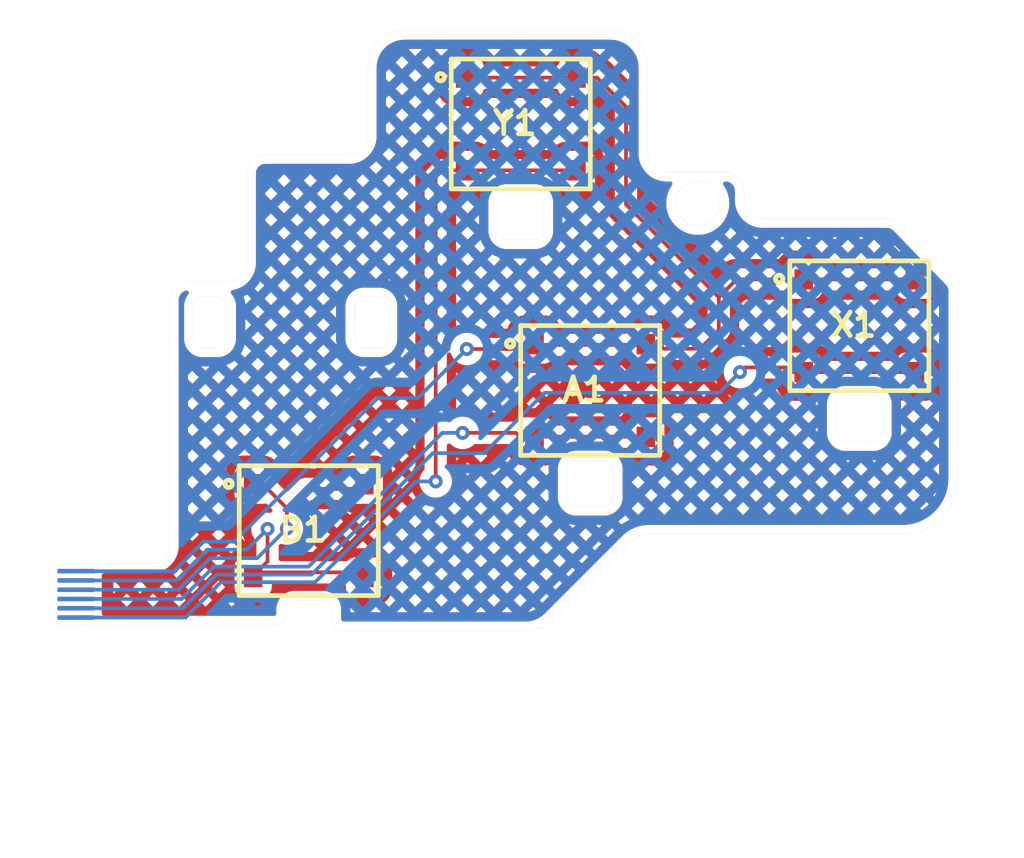
<source format=kicad_pcb>
(kicad_pcb (version 20240108) (generator "pcbnew") (generator_version "8.0")
  (layers (0 "F.Cu" signal) (31 "B.Cu" signal) (35 "F.Paste" user) (36 "B.SilkS" user "B.Silkscreen") (37 "F.SilkS" user "F.Silkscreen") (38 "B.Mask" user) (39 "F.Mask" user) (44 "Edge.Cuts" user))
  (net 0 "")
  (net 1 "X1")
  (net 2 "X2")
  (net 3 "X6")
  (net 4 "X5")
  (net 5 "X3")
  (net 6 "X4")
  (footprint "hhl:SKRR" (layer "F.Cu") (at 89.598656 75.88414)
    (property "Reference" "B1" (at -0.315 -0.046 0) (layer "F.SilkS") (effects (font (size 1.27 1.27) (thickness 0.254))))
    (property "Value" "SW_Push" (hide yes))
    (fp_line (start -3.75 -3.5) (end -3.75 3.5) (stroke (width 0.254)) (layer "F.SilkS"))
    (fp_line (start -3.75 3.5) (end 3.75 3.5) (stroke (width 0.254)) (layer "F.SilkS"))
    (fp_line (start 3.75 -3.5) (end -3.75 -3.5) (stroke (width 0.254)) (layer "F.SilkS"))
    (fp_line (start 3.75 3.5) (end 3.75 -3.5) (stroke (width 0.254)) (layer "F.SilkS"))
    (fp_circle (center -4.321 -2.524) (end -4.321 -2.45095) (stroke (width 0.254)) (fill none) (layer "F.SilkS"))
    (pad "1" smd rect (at -3 -2.5) (size 1 1.1) (layers "F.Cu" "F.Paste" "F.Mask") (net 3 "X6"))
    (pad "2" smd rect (at -3 2.5) (size 1 1.1) (layers "F.Cu" "F.Paste" "F.Mask") (net 4 "X5"))
    (pad "3" smd rect (at 3 -2.5) (size 1 1.1) (layers "F.Cu" "F.Paste" "F.Mask"))
    (pad "4" smd rect (at 3 2.5) (size 1 1.1) (layers "F.Cu" "F.Paste" "F.Mask"))
  )
  (footprint "hhl:SKRR" (layer "F.Cu") (at 101.032875 53.954226)
    (property "Reference" "Y1" (at -0.315 -0.046 0) (layer "F.SilkS") (effects (font (size 1.27 1.27) (thickness 0.254))))
    (property "Value" "SW_Push" (hide yes))
    (fp_line (start -3.75 -3.5) (end -3.75 3.5) (stroke (width 0.254)) (layer "F.SilkS"))
    (fp_line (start -3.75 3.5) (end 3.75 3.5) (stroke (width 0.254)) (layer "F.SilkS"))
    (fp_line (start 3.75 -3.5) (end -3.75 -3.5) (stroke (width 0.254)) (layer "F.SilkS"))
    (fp_line (start 3.75 3.5) (end 3.75 -3.5) (stroke (width 0.254)) (layer "F.SilkS"))
    (fp_circle (center -4.321 -2.524) (end -4.321 -2.45095) (stroke (width 0.254)) (fill none) (layer "F.SilkS"))
    (pad "1" smd rect (at -3 -2.5) (size 1 1.1) (layers "F.Cu" "F.Paste" "F.Mask") (net 1 "X1"))
    (pad "2" smd rect (at -3 2.5) (size 1 1.1) (layers "F.Cu" "F.Paste" "F.Mask") (net 6 "X4"))
    (pad "3" smd rect (at 3 -2.5) (size 1 1.1) (layers "F.Cu" "F.Paste" "F.Mask"))
    (pad "4" smd rect (at 3 2.5) (size 1 1.1) (layers "F.Cu" "F.Paste" "F.Mask"))
  )
  (footprint "hhl:SKRR" (layer "F.Cu") (at 104.775 68.326)
    (property "Reference" "A1" (at -0.315 -0.046 0) (layer "F.SilkS") (effects (font (size 1.27 1.27) (thickness 0.254))))
    (property "Value" "SW_Push" (hide yes))
    (fp_line (start -3.75 -3.5) (end -3.75 3.5) (stroke (width 0.254)) (layer "F.SilkS"))
    (fp_line (start -3.75 3.5) (end 3.75 3.5) (stroke (width 0.254)) (layer "F.SilkS"))
    (fp_line (start 3.75 -3.5) (end -3.75 -3.5) (stroke (width 0.254)) (layer "F.SilkS"))
    (fp_line (start 3.75 3.5) (end 3.75 -3.5) (stroke (width 0.254)) (layer "F.SilkS"))
    (fp_circle (center -4.321 -2.524) (end -4.321 -2.45095) (stroke (width 0.254)) (fill none) (layer "F.SilkS"))
    (pad "1" smd rect (at -3 -2.5) (size 1 1.1) (layers "F.Cu" "F.Paste" "F.Mask") (net 1 "X1"))
    (pad "2" smd rect (at -3 2.5) (size 1 1.1) (layers "F.Cu" "F.Paste" "F.Mask") (net 2 "X2"))
    (pad "3" smd rect (at 3 -2.5) (size 1 1.1) (layers "F.Cu" "F.Paste" "F.Mask"))
    (pad "4" smd rect (at 3 2.5) (size 1 1.1) (layers "F.Cu" "F.Paste" "F.Mask"))
  )
  (footprint "hhl:SKRR" (layer "F.Cu") (at 119.28796 64.835602)
    (property "Reference" "X1" (at -0.315 -0.046 0) (layer "F.SilkS") (effects (font (size 1.27 1.27) (thickness 0.254))))
    (property "Value" "SW_Push" (hide yes))
    (fp_line (start -3.75 -3.5) (end -3.75 3.5) (stroke (width 0.254)) (layer "F.SilkS"))
    (fp_line (start -3.75 3.5) (end 3.75 3.5) (stroke (width 0.254)) (layer "F.SilkS"))
    (fp_line (start 3.75 -3.5) (end -3.75 -3.5) (stroke (width 0.254)) (layer "F.SilkS"))
    (fp_line (start 3.75 3.5) (end 3.75 -3.5) (stroke (width 0.254)) (layer "F.SilkS"))
    (fp_circle (center -4.321 -2.524) (end -4.321 -2.45095) (stroke (width 0.254)) (fill none) (layer "F.SilkS"))
    (pad "1" smd rect (at -3 -2.5) (size 1 1.1) (layers "F.Cu" "F.Paste" "F.Mask") (net 1 "X1"))
    (pad "2" smd rect (at -3 2.5) (size 1 1.1) (layers "F.Cu" "F.Paste" "F.Mask") (net 5 "X3"))
    (pad "3" smd rect (at 3 -2.5) (size 1 1.1) (layers "F.Cu" "F.Paste" "F.Mask"))
    (pad "4" smd rect (at 3 2.5) (size 1 1.1) (layers "F.Cu" "F.Paste" "F.Mask"))
  )
  (footprint "ADU:molex_5034800640_ribbon" (layer "B.Cu") (at 77.5382 79.3202 90)
    (property "Reference" "PINS1" (hide yes))
    (property "Value" "503480-0640" (hide yes))
    (pad "1" connect roundrect (at 1.25 -0.5 90) (size 0.25 2) (layers "B.Cu" "B.Mask") (net 1 "X1"))
    (pad "2" connect roundrect (at 0.75 -0.5 90) (size 0.25 2) (layers "B.Cu" "B.Mask") (net 4 "X5"))
    (pad "3" connect roundrect (at 0.25 -0.5 90) (size 0.25 2) (layers "B.Cu" "B.Mask") (net 3 "X6"))
    (pad "4" connect roundrect (at -0.25 -0.5 90) (size 0.25 2) (layers "B.Cu" "B.Mask") (net 2 "X2"))
    (pad "5" connect roundrect (at -0.75 -0.5 90) (size 0.25 2) (layers "B.Cu" "B.Mask") (net 5 "X3"))
    (pad "6" connect roundrect (at -1.25 -0.5 90) (size 0.25 2) (layers "B.Cu" "B.Mask") (net 6 "X4"))
  )
  (gr_arc (start 75.98874 77.925921) (mid 76.063459 77.747596) (end 76.24298 77.675799) (stroke (width 0.01)) (layer "Edge.Cuts"))
  (gr_arc (start 88.348653 80.134121) (mid 88.495103 79.780587) (end 88.848653 79.634139) (stroke (width 0.01)) (layer "Edge.Cuts"))
  (gr_line (start 86.25107 61.430221) (end 86.25107 56.607021) (stroke (width 0.01)) (layer "Edge.Cuts"))
  (gr_line (start 102.282872 59.704221) (end 102.282872 58.199639) (stroke (width 0.01)) (layer "Edge.Cuts"))
  (gr_arc (start 93.374497 63.280039) (mid 93.72931 63.427757) (end 93.874465 63.783626) (stroke (width 0.01)) (layer "Edge.Cuts"))
  (gr_arc (start 92.074465 63.780021) (mid 92.220916 63.426492) (end 92.574465 63.280039) (stroke (width 0.01)) (layer "Edge.Cuts"))
  (gr_line (start 75.98874 80.722659) (end 75.98874 77.925921) (stroke (width 0.01)) (layer "Edge.Cuts"))
  (gr_arc (start 83.874497 66.030039) (mid 83.520931 65.883587) (end 83.374479 65.530021) (stroke (width 0.01)) (layer "Edge.Cuts"))
  (gr_line (start 83.874465 63.280039) (end 84.674497 63.280039) (stroke (width 0.01)) (layer "Edge.Cuts"))
  (gr_arc (start 103.524997 72.576021) (mid 103.671444 72.222468) (end 104.024997 72.076021) (stroke (width 0.01)) (layer "Edge.Cuts"))
  (gr_line (start 83.374465 65.530021) (end 83.374465 63.780021) (stroke (width 0.01)) (layer "Edge.Cuts"))
  (gr_arc (start 83.374465 63.780021) (mid 83.520916 63.426492) (end 83.874465 63.280039) (stroke (width 0.01)) (layer "Edge.Cuts"))
  (gr_arc (start 105.884997 48.91393) (mid 107.299204 49.499714) (end 107.884991 50.913921) (stroke (width 0.01)) (layer "Edge.Cuts"))
  (gr_arc (start 120.037997 68.585601) (mid 120.391522 68.732052) (end 120.537957 69.085601) (stroke (width 0.01)) (layer "Edge.Cuts"))
  (gr_arc (start 118.037957 69.085621) (mid 118.182838 68.733624) (end 118.533525 68.585601) (stroke (width 0.01)) (layer "Edge.Cuts"))
  (gr_arc (start 114.076097 59.058947) (mid 113.370296 58.767368) (end 113.076078 58.062662) (stroke (width 0.01)) (layer "Edge.Cuts"))
  (gr_arc (start 112.076097 56.555631) (mid 112.784609 56.849937) (end 113.076078 57.55962) (stroke (width 0.01)) (layer "Edge.Cuts"))
  (gr_line (start 93.367397 66.030039) (end 92.574497 66.030039) (stroke (width 0.01)) (layer "Edge.Cuts"))
  (gr_arc (start 106.865924 76.520848) (mid 107.352565 76.195685) (end 107.926597 76.081503) (stroke (width 0.01)) (layer "Edge.Cuts"))
  (gr_arc (start 86.25107 61.430221) (mid 85.958175 62.137318) (end 85.25107 62.43021) (stroke (width 0.01)) (layer "Edge.Cuts"))
  (gr_line (start 83.374479 65.530021) (end 83.374465 65.530021) (stroke (width 0.01)) (layer "Edge.Cuts"))
  (gr_arc (start 101.782897 57.704225) (mid 102.134824 57.849054) (end 102.282872 58.199639) (stroke (width 0.01)) (layer "Edge.Cuts"))
  (gr_line (start 92.074465 65.530021) (end 92.074465 63.780021) (stroke (width 0.01)) (layer "Edge.Cuts"))
  (gr_arc (start 99.782872 58.204221) (mid 99.927427 57.852559) (end 100.277512 57.704225) (stroke (width 0.01)) (layer "Edge.Cuts"))
  (gr_arc (start 92.759692 54.607021) (mid 92.468298 55.312623) (end 91.763939 55.607006) (stroke (width 0.01)) (layer "Edge.Cuts"))
  (gr_line (start 76.24298 77.675799) (end 77.56874 77.675799) (stroke (width 0.01)) (layer "Edge.Cuts"))
  (gr_arc (start 102.282872 59.704221) (mid 102.13932 60.054828) (end 101.791163 60.204225) (stroke (width 0.01)) (layer "Edge.Cuts"))
  (gr_line (start 118.538097 71.085601) (end 120.037957 71.085601) (stroke (width 0.01)) (layer "Edge.Cuts"))
  (gr_line (start 104.024997 74.575999) (end 105.529687 74.575999) (stroke (width 0.01)) (layer "Edge.Cuts"))
  (gr_arc (start 82.08701 76.675841) (mid 81.794114 77.382931) (end 81.08701 77.675799) (stroke (width 0.01)) (layer "Edge.Cuts"))
  (gr_line (start 101.263116 81.285758) (end 91.348697 81.285758) (stroke (width 0.01)) (layer "Edge.Cuts"))
  (gr_line (start 77.56874 77.675799) (end 81.08701 77.675799) (stroke (width 0.01)) (layer "Edge.Cuts"))
  (gr_line (start 94.76718 48.91393) (end 105.884997 48.91393) (stroke (width 0.01)) (layer "Edge.Cuts"))
  (gr_line (start 121.490696 59.366811) (end 124.309198 62.272708) (stroke (width 0.01)) (layer "Edge.Cuts"))
  (gr_arc (start 92.759692 50.913921) (mid 93.348128 49.497061) (end 94.76718 48.91393) (stroke (width 0.01)) (layer "Edge.Cuts"))
  (gr_arc (start 118.538097 71.085601) (mid 118.186695 70.941366) (end 118.037957 70.591845) (stroke (width 0.01)) (layer "Edge.Cuts"))
  (gr_line (start 82.08701 76.675841) (end 82.08701 63.430221) (stroke (width 0.01)) (layer "Edge.Cuts"))
  (gr_arc (start 108.884997 56.555631) (mid 108.177883 56.262735) (end 107.884991 55.555621) (stroke (width 0.01)) (layer "Edge.Cuts"))
  (gr_line (start 101.782897 57.704225) (end 100.277512 57.704225) (stroke (width 0.01)) (layer "Edge.Cuts"))
  (gr_line (start 83.08701 62.43021) (end 85.25107 62.43021) (stroke (width 0.01)) (layer "Edge.Cuts"))
  (gr_line (start 105.524997 72.075999) (end 104.024997 72.075999) (stroke (width 0.01)) (layer "Edge.Cuts"))
  (gr_line (start 103.524997 72.576021) (end 103.524997 74.075999) (stroke (width 0.01)) (layer "Edge.Cuts"))
  (gr_line (start 90.84866 80.785721) (end 90.848653 80.785721) (stroke (width 0.01)) (layer "Edge.Cuts"))
  (gr_line (start 106.024997 74.076021) (end 106.024997 72.571439) (stroke (width 0.01)) (layer "Edge.Cuts"))
  (gr_line (start 124.591331 62.977865) (end 124.591331 73.081561) (stroke (width 0.01)) (layer "Edge.Cuts"))
  (gr_arc (start 105.524997 72.075999) (mid 105.876942 72.220836) (end 106.024997 72.571439) (stroke (width 0.01)) (layer "Edge.Cuts"))
  (gr_arc (start 124.309198 62.272708) (mid 124.519789 62.597468) (end 124.591331 62.977865) (stroke (width 0.01)) (layer "Edge.Cuts"))
  (gr_line (start 107.926597 76.081503) (end 107.926597 76.081496) (stroke (width 0.01)) (layer "Edge.Cuts"))
  (gr_arc (start 91.348697 81.285758) (mid 90.995117 81.139301) (end 90.84866 80.785721) (stroke (width 0.01)) (layer "Edge.Cuts"))
  (gr_line (start 88.348653 80.134121) (end 88.348653 80.475821) (stroke (width 0.01)) (layer "Edge.Cuts"))
  (gr_arc (start 90.348697 79.634139) (mid 90.700431 79.778782) (end 90.848653 80.129023) (stroke (width 0.01)) (layer "Edge.Cuts"))
  (gr_arc (start 85.174465 65.530021) (mid 85.025486 65.886059) (end 84.667397 66.030039) (stroke (width 0.01)) (layer "Edge.Cuts"))
  (gr_line (start 100.282897 60.204225) (end 101.791163 60.204225) (stroke (width 0.01)) (layer "Edge.Cuts"))
  (gr_line (start 90.848653 80.785721) (end 90.848653 80.129023) (stroke (width 0.01)) (layer "Edge.Cuts"))
  (gr_arc (start 76.238697 80.975799) (mid 76.060821 80.901461) (end 75.98874 80.722659) (stroke (width 0.01)) (layer "Edge.Cuts"))
  (gr_arc (start 120.768897 59.058947) (mid 121.161259 59.139121) (end 121.490696 59.366811) (stroke (width 0.01)) (layer "Edge.Cuts"))
  (gr_line (start 121.591397 76.081496) (end 107.926597 76.081496) (stroke (width 0.01)) (layer "Edge.Cuts"))
  (gr_arc (start 93.874465 65.530021) (mid 93.725486 65.886059) (end 93.367397 66.030039) (stroke (width 0.01)) (layer "Edge.Cuts"))
  (gr_line (start 106.865924 76.520848) (end 102.686824 80.699948) (stroke (width 0.01)) (layer "Edge.Cuts"))
  (gr_line (start 120.037997 68.585601) (end 118.533525 68.585601) (stroke (width 0.01)) (layer "Edge.Cuts"))
  (gr_arc (start 102.686824 80.699948) (mid 102.033584 81.135297) (end 101.263116 81.285758) (stroke (width 0.01)) (layer "Edge.Cuts"))
  (gr_arc (start 100.282897 60.204225) (mid 99.929341 60.057777) (end 99.782893 59.704221) (stroke (width 0.01)) (layer "Edge.Cuts"))
  (gr_line (start 118.037957 69.085621) (end 118.037957 70.591845) (stroke (width 0.01)) (layer "Edge.Cuts"))
  (gr_arc (start 106.024997 74.076021) (mid 105.880205 74.427912) (end 105.529687 74.575999) (stroke (width 0.01)) (layer "Edge.Cuts"))
  (gr_line (start 99.782893 59.704221) (end 99.782872 59.704221) (stroke (width 0.01)) (layer "Edge.Cuts"))
  (gr_circle (center 110.574997 58.235999) (end 111.774997 58.235999) (stroke (width 0.01)) (fill none) (layer "Edge.Cuts"))
  (gr_arc (start 86.25107 56.607021) (mid 86.545705 55.898165) (end 87.255996 55.607006) (stroke (width 0.01)) (layer "Edge.Cuts"))
  (gr_line (start 99.782872 58.204221) (end 99.782872 59.704221) (stroke (width 0.01)) (layer "Edge.Cuts"))
  (gr_line (start 85.174465 63.783626) (end 85.174465 65.530021) (stroke (width 0.01)) (layer "Edge.Cuts"))
  (gr_line (start 87.848653 80.975799) (end 77.56874 80.975799) (stroke (width 0.01)) (layer "Edge.Cuts"))
  (gr_line (start 107.884991 50.913921) (end 107.884991 55.555621) (stroke (width 0.01)) (layer "Edge.Cuts"))
  (gr_arc (start 88.348653 80.475821) (mid 88.202204 80.829359) (end 87.848653 80.975799) (stroke (width 0.01)) (layer "Edge.Cuts"))
  (gr_line (start 90.348697 79.634139) (end 88.848653 79.634139) (stroke (width 0.01)) (layer "Edge.Cuts"))
  (gr_arc (start 104.024997 74.575999) (mid 103.671451 74.429551) (end 103.524997 74.075999) (stroke (width 0.01)) (layer "Edge.Cuts"))
  (gr_line (start 93.874465 63.783626) (end 93.874465 65.530021) (stroke (width 0.01)) (layer "Edge.Cuts"))
  (gr_line (start 92.574465 63.280039) (end 93.374497 63.280039) (stroke (width 0.01)) (layer "Edge.Cuts"))
  (gr_line (start 104.024997 72.076021) (end 104.024997 72.075999) (stroke (width 0.01)) (layer "Edge.Cuts"))
  (gr_arc (start 92.574497 66.030039) (mid 92.220931 65.883587) (end 92.074479 65.530021) (stroke (width 0.01)) (layer "Edge.Cuts"))
  (gr_line (start 114.076097 59.058947) (end 120.768897 59.058947) (stroke (width 0.01)) (layer "Edge.Cuts"))
  (gr_arc (start 84.674497 63.280039) (mid 85.02931 63.427757) (end 85.174465 63.783626) (stroke (width 0.01)) (layer "Edge.Cuts"))
  (gr_line (start 108.884997 56.555631) (end 112.076097 56.555631) (stroke (width 0.01)) (layer "Edge.Cuts"))
  (gr_arc (start 82.08701 63.430221) (mid 82.379904 62.723119) (end 83.08701 62.43021) (stroke (width 0.01)) (layer "Edge.Cuts"))
  (gr_arc (start 120.537957 70.585621) (mid 120.391508 70.93916) (end 120.037957 71.085601) (stroke (width 0.01)) (layer "Edge.Cuts"))
  (gr_line (start 92.759692 54.607021) (end 92.759692 50.913921) (stroke (width 0.01)) (layer "Edge.Cuts"))
  (gr_arc (start 124.591331 73.081561) (mid 123.712671 75.202835) (end 121.591397 76.081496) (stroke (width 0.01)) (layer "Edge.Cuts"))
  (gr_line (start 84.667397 66.030039) (end 83.874497 66.030039) (stroke (width 0.01)) (layer "Edge.Cuts"))
  (gr_line (start 120.537957 70.585621) (end 120.537957 69.085601) (stroke (width 0.01)) (layer "Edge.Cuts"))
  (gr_line (start 92.074479 65.530021) (end 92.074465 65.530021) (stroke (width 0.01)) (layer "Edge.Cuts"))
  (gr_line (start 87.255996 55.607006) (end 91.763939 55.607006) (stroke (width 0.01)) (layer "Edge.Cuts"))
  (gr_line (start 113.076078 57.55962) (end 113.076078 58.062662) (stroke (width 0.01)) (layer "Edge.Cuts"))
  (gr_line (start 77.56874 80.975799) (end 76.238697 80.975799) (stroke (width 0.01)) (layer "Edge.Cuts"))
  (segment (start 100.7852 66.0908) (end 101.006 65.87) (width 0.2) (layer "F.Cu") (net 1))
  (segment (start 106.7054 58.293) (end 111.7092 63.2968) (width 0.2) (layer "F.Cu") (net 1))
  (segment (start 101.006 65.87) (end 108.544 65.87) (width 0.2) (layer "F.Cu") (net 1))
  (segment (start 108.544 65.87) (end 108.75 66.076) (width 0.2) (layer "F.Cu") (net 1))
  (segment (start 105.134226 51.454226) (end 106.7054 53.0254) (width 0.2) (layer "F.Cu") (net 1))
  (segment (start 106.7054 53.0254) (end 106.7054 58.293) (width 0.2) (layer "F.Cu") (net 1))
  (segment (start 111.7092 65.0748) (end 111.7092 63.2968) (width 0.2) (layer "F.Cu") (net 1))
  (segment (start 108.75 66.076) (end 110.708 66.076) (width 0.2) (layer "F.Cu") (net 1))
  (segment (start 98.1202 66.0908) (end 100.7852 66.0908) (width 0.2) (layer "F.Cu") (net 1))
  (segment (start 111.7092 63.2968) (end 112.670398 62.335602) (width 0.2) (layer "F.Cu") (net 1))
  (segment (start 112.670398 62.335602) (end 122.285602 62.335602) (width 0.2) (layer "F.Cu") (net 1))
  (segment (start 98.032875 51.454226) (end 105.134226 51.454226) (width 0.2) (layer "F.Cu") (net 1))
  (segment (start 110.708 66.076) (end 111.7092 65.0748) (width 0.2) (layer "F.Cu") (net 1))
  (segment (start 122.285602 62.335602) (end 122.29 62.34) (width 0.2) (layer "F.Cu") (net 1))
  (via (at 98.1202 66.0908) (size 0.75) (drill 0.35) (layers "F.Cu" "B.Cu") (net 1))
  (segment (start 83.9216 76.4794) (end 85.5726 76.4794) (width 0.2) (layer "B.Cu") (net 1))
  (segment (start 95.4786 68.7324) (end 98.1202 66.0908) (width 0.2) (layer "B.Cu") (net 1))
  (segment (start 93.3196 68.7324) (end 95.4786 68.7324) (width 0.2) (layer "B.Cu") (net 1))
  (segment (start 77.0382 78.0702) (end 82.3308 78.0702) (width 0.2) (layer "B.Cu") (net 1))
  (segment (start 85.5726 76.4794) (end 93.3196 68.7324) (width 0.2) (layer "B.Cu") (net 1))
  (segment (start 82.3308 78.0702) (end 83.9216 76.4794) (width 0.2) (layer "B.Cu") (net 1))
  (segment (start 100.764 70.612) (end 97.8916 70.612) (width 0.2) (layer "F.Cu") (net 2))
  (segment (start 100.972 70.82) (end 100.764 70.612) (width 0.2) (layer "F.Cu") (net 2))
  (segment (start 107.74 70.57) (end 107.49 70.82) (width 0.2) (layer "F.Cu") (net 2))
  (segment (start 107.49 70.82) (end 100.972 70.82) (width 0.2) (layer "F.Cu") (net 2))
  (via (at 97.8916 70.612) (size 0.75) (drill 0.35) (layers "F.Cu" "B.Cu") (net 2))
  (segment (start 77.0382 79.5702) (end 82.7358 79.5702) (width 0.2) (layer "B.Cu") (net 2))
  (segment (start 82.7358 79.5702) (end 83.2104 79.0956) (width 0.2) (layer "B.Cu") (net 2))
  (segment (start 90.7034 76.708) (end 96.7994 70.612) (width 0.2) (layer "B.Cu") (net 2))
  (segment (start 96.7994 70.612) (end 97.8916 70.612) (width 0.2) (layer "B.Cu") (net 2))
  (segment (start 83.2104 79.0956) (end 84.4804 77.8256) (width 0.2) (layer "B.Cu") (net 2))
  (segment (start 84.4804 77.8256) (end 85.0392 77.8256) (width 0.2) (layer "B.Cu") (net 2))
  (segment (start 89.5858 77.8256) (end 90.7034 76.708) (width 0.2) (layer "B.Cu") (net 2))
  (segment (start 85.0392 77.8256) (end 89.5858 77.8256) (width 0.2) (layer "B.Cu") (net 2))
  (segment (start 89.45926 73.63414) (end 88.4174 74.676) (width 0.2) (layer "F.Cu") (net 3))
  (segment (start 92.42 73.37) (end 92.15586 73.63414) (width 0.2) (layer "F.Cu") (net 3))
  (segment (start 88.4174 74.676) (end 87.12554 73.38414) (width 0.2) (layer "F.Cu") (net 3))
  (segment (start 87.12554 73.38414) (end 86.598656 73.38414) (width 0.2) (layer "F.Cu") (net 3))
  (segment (start 92.15586 73.63414) (end 89.45926 73.63414) (width 0.2) (layer "F.Cu") (net 3))
  (segment (start 88.4174 75.7682) (end 88.4174 74.676) (width 0.2) (layer "F.Cu") (net 3))
  (via (at 88.4174 75.7682) (size 0.75) (drill 0.35) (layers "F.Cu" "B.Cu") (net 3))
  (segment (start 84.2772 77.3684) (end 84.9376 77.3684) (width 0.2) (layer "B.Cu") (net 3))
  (segment (start 77.0382 79.0702) (end 82.5754 79.0702) (width 0.2) (layer "B.Cu") (net 3))
  (segment (start 83.1596 78.486) (end 84.2772 77.3684) (width 0.2) (layer "B.Cu") (net 3))
  (segment (start 84.9376 77.3684) (end 86.8172 77.3684) (width 0.2) (layer "B.Cu") (net 3))
  (segment (start 86.8172 77.3684) (end 88.4174 75.7682) (width 0.2) (layer "B.Cu") (net 3))
  (segment (start 82.5754 79.0702) (end 83.1596 78.486) (width 0.2) (layer "B.Cu") (net 3))
  (segment (start 92.23414 78.13414) (end 86.78806 78.13414) (width 0.2) (layer "F.Cu") (net 4))
  (segment (start 87.376 77.5462) (end 86.78806 78.13414) (width 0.2) (layer "F.Cu") (net 4))
  (segment (start 86.78806 78.13414) (end 86.78806 78.194736) (width 0.2) (layer "F.Cu") (net 4))
  (segment (start 87.376 75.7936) (end 87.376 77.5462) (width 0.2) (layer "F.Cu") (net 4))
  (segment (start 86.78806 78.194736) (end 86.598656 78.38414) (width 0.2) (layer "F.Cu") (net 4))
  (segment (start 92.47 78.37) (end 92.23414 78.13414) (width 0.2) (layer "F.Cu") (net 4))
  (via (at 87.376 75.7936) (size 0.75) (drill 0.35) (layers "F.Cu" "B.Cu") (net 4))
  (segment (start 77.0382 78.5702) (end 82.4658 78.5702) (width 0.2) (layer "B.Cu") (net 4))
  (segment (start 86.2584 76.9112) (end 87.376 75.7936) (width 0.2) (layer "B.Cu") (net 4))
  (segment (start 84.1248 76.9112) (end 84.582 76.9112) (width 0.2) (layer "B.Cu") (net 4))
  (segment (start 84.582 76.9112) (end 86.2584 76.9112) (width 0.2) (layer "B.Cu") (net 4))
  (segment (start 82.9564 78.0796) (end 84.1248 76.9112) (width 0.2) (layer "B.Cu") (net 4))
  (segment (start 82.4658 78.5702) (end 82.9564 78.0796) (width 0.2) (layer "B.Cu") (net 4))
  (segment (start 113.101998 67.085602) (end 112.8522 67.3354) (width 0.2) (layer "F.Cu") (net 5))
  (segment (start 115.56296 67.335602) (end 115.31296 67.085602) (width 0.2) (layer "F.Cu") (net 5))
  (segment (start 122.21 67.18) (end 122.054398 67.335602) (width 0.2) (layer "F.Cu") (net 5))
  (segment (start 115.31296 67.085602) (end 113.101998 67.085602) (width 0.2) (layer "F.Cu") (net 5))
  (segment (start 122.054398 67.335602) (end 115.56296 67.335602) (width 0.2) (layer "F.Cu") (net 5))
  (via (at 112.8522 67.3354) (size 0.75) (drill 0.35) (layers "F.Cu" "B.Cu") (net 5))
  (segment (start 111.7346 68.453) (end 112.8522 67.3354) (width 0.2) (layer "B.Cu") (net 5))
  (segment (start 111.5314 68.453) (end 111.7346 68.453) (width 0.2) (layer "B.Cu") (net 5))
  (segment (start 85.6996 78.2574) (end 89.7382 78.2574) (width 0.2) (layer "B.Cu") (net 5))
  (segment (start 90.4494 77.5462) (end 96.2914 71.7042) (width 0.2) (layer "B.Cu") (net 5))
  (segment (start 82.82 80.0702) (end 83.2612 79.629) (width 0.2) (layer "B.Cu") (net 5))
  (segment (start 98.1964 71.7042) (end 99.06 71.7042) (width 0.2) (layer "B.Cu") (net 5))
  (segment (start 96.2914 71.7042) (end 98.1964 71.7042) (width 0.2) (layer "B.Cu") (net 5))
  (segment (start 89.7382 78.2574) (end 90.4494 77.5462) (width 0.2) (layer "B.Cu") (net 5))
  (segment (start 84.6328 78.2574) (end 85.6996 78.2574) (width 0.2) (layer "B.Cu") (net 5))
  (segment (start 102.3112 68.453) (end 111.5314 68.453) (width 0.2) (layer "B.Cu") (net 5))
  (segment (start 99.06 71.7042) (end 100.1776 70.5866) (width 0.2) (layer "B.Cu") (net 5))
  (segment (start 83.2612 79.629) (end 84.6328 78.2574) (width 0.2) (layer "B.Cu") (net 5))
  (segment (start 100.1776 70.5866) (end 102.3112 68.453) (width 0.2) (layer "B.Cu") (net 5))
  (segment (start 77.0382 80.0702) (end 82.82 80.0702) (width 0.2) (layer "B.Cu") (net 5))
  (segment (start 96.4438 56.818301) (end 96.4438 73.2282) (width 0.2) (layer "F.Cu") (net 6))
  (segment (start 96.807875 56.454226) (end 96.4438 56.818301) (width 0.2) (layer "F.Cu") (net 6))
  (segment (start 103.775774 56.454226) (end 96.807875 56.454226) (width 0.2) (layer "F.Cu") (net 6))
  (segment (start 104.01 56.22) (end 103.775774 56.454226) (width 0.2) (layer "F.Cu") (net 6))
  (via (at 96.4438 73.2282) (size 0.75) (drill 0.35) (layers "F.Cu" "B.Cu") (net 6))
  (segment (start 77.0382 80.5702) (end 82.955 80.5702) (width 0.2) (layer "B.Cu") (net 6))
  (segment (start 83.4898 80.0354) (end 84.8614 78.6638) (width 0.2) (layer "B.Cu") (net 6))
  (segment (start 95.377 73.2282) (end 96.4438 73.2282) (width 0.2) (layer "B.Cu") (net 6))
  (segment (start 82.955 80.5702) (end 83.4898 80.0354) (width 0.2) (layer "B.Cu") (net 6))
  (segment (start 84.8614 78.6638) (end 85.8012 78.6638) (width 0.2) (layer "B.Cu") (net 6))
  (segment (start 89.9414 78.6638) (end 90.6272 77.978) (width 0.2) (layer "B.Cu") (net 6))
  (segment (start 85.8012 78.6638) (end 89.9414 78.6638) (width 0.2) (layer "B.Cu") (net 6))
  (segment (start 90.6272 77.978) (end 95.377 73.2282) (width 0.2) (layer "B.Cu") (net 6))
  (zone (net 0) (net_name "") (layers "F&B.Cu") (name "FILL") (connect_pads (clearance 0.5)) (min_thickness 0.25) (fill yes (mode hatch) (thermal_gap 0.5) (thermal_bridge_width 0.5) (island_removal_mode 1) (island_area_min 10) (hatch_thickness 0.5) (hatch_gap 0.5) (hatch_orientation 45) (hatch_border_algorithm hatch_thickness) (hatch_min_hole_area 0.3))
    (polygon (pts (xy 78.1558 47.752) (xy 128.1684 47.2694) (xy 127.6096 81.6102) (xy 78.4352 81.3816) (xy 78.4352 77.1906)))
  )
)
</source>
